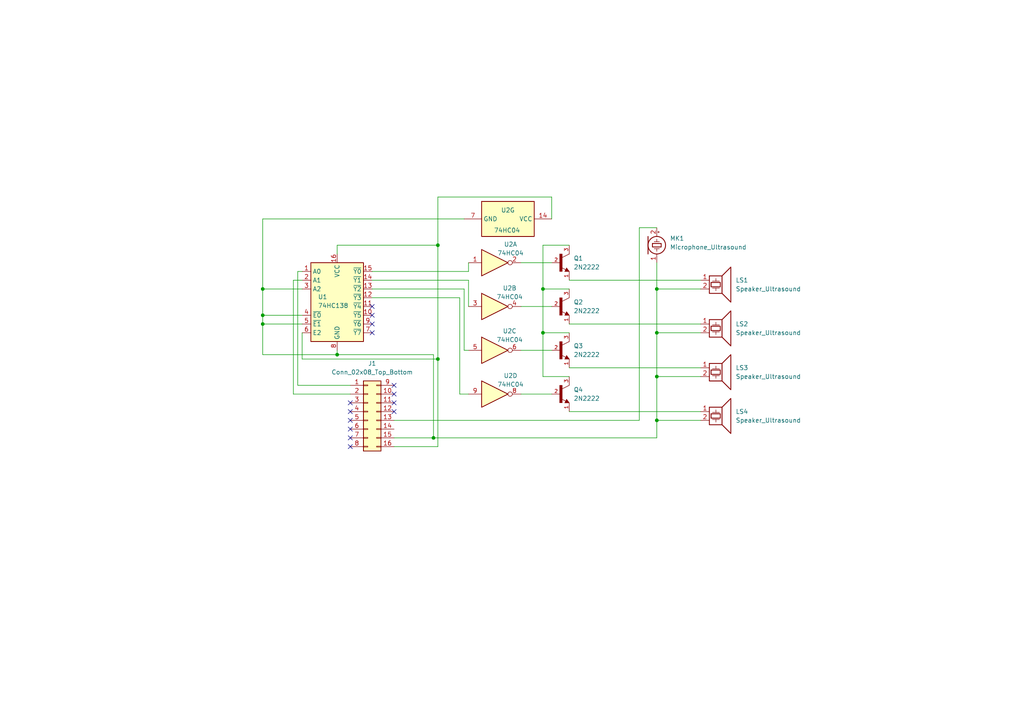
<source format=kicad_sch>
(kicad_sch (version 20231120) (generator "eeschema") (generator_version "8.0")
  (paper "A4")
  (title_block (title "Ultrasonic Phased Array Module") (company "Louisiana Tech University: Senior Capstone") (comment 1 "Created by John Peterson"))
  (lib_symbols
    (symbol "2N2222:2N2222" (pin_names (offset 1.016))
      (property "Reference" "Q" (at -10.16 7.62 0))
      (property "Value" "2N2222" (at -10.16 -7.62 0))
      (symbol "2N2222_0_0"
        (rectangle (start -0.254 -2.54) (end 0.508 2.54) (stroke (width 0.1)) (fill (type outline)))
        (polyline (pts (xy 1.27 -2.54) (xy 1.778 -1.524)) (stroke (width 0.1524)))
        (polyline (pts (xy 1.524 -2.413) (xy 2.286 -2.413)) (stroke (width 0.254)))
        (polyline (pts (xy 1.524 -2.286) (xy 1.905 -2.286)) (stroke (width 0.254)))
        (polyline (pts (xy 1.54 -2.04) (xy 0.308 -1.424)) (stroke (width 0.1524)))
        (polyline (pts (xy 1.778 -1.778) (xy 1.524 -2.286)) (stroke (width 0.254)))
        (polyline (pts (xy 1.778 -1.524) (xy 2.54 -2.54)) (stroke (width 0.1524)))
        (polyline (pts (xy 1.905 -2.286) (xy 1.778 -2.032)) (stroke (width 0.254)))
        (polyline (pts (xy 2.286 -2.413) (xy 1.778 -1.778)) (stroke (width 0.254)))
        (polyline (pts (xy 2.54 -2.54) (xy 1.27 -2.54)) (stroke (width 0.1524)))
        (polyline (pts (xy 2.54 2.54) (xy 0.508 1.524)) (stroke (width 0.1524)))
        (pin passive line (at 2.54 -5.08 90) (length 2.54) (name "~") (number "1"))
        (pin passive line (at -2.54 0 0) (length 2.54) (name "~") (number "2"))
        (pin passive line (at 2.54 5.08 270) (length 2.54) (name "~") (number "3"))
      )
    )
    (symbol "74xx:74HC04"
      (property "Reference" "U" (at 0 1.27 0))
      (property "Value" "74HC04" (at 0 -1.27 0))
      (symbol "74HC04_1_0"
        (polyline (pts (xy -3.81 3.81) (xy -3.81 -3.81) (xy 3.81 0) (xy -3.81 3.81)) (stroke (width 0.254)) (fill (type background)))
        (pin input line (at -7.62 0 0) (length 3.81) (name "~") (number "1"))
        (pin output inverted (at 7.62 0 180) (length 3.81) (name "~") (number "2"))
      )
      (symbol "74HC04_2_0"
        (polyline (pts (xy -3.81 3.81) (xy -3.81 -3.81) (xy 3.81 0) (xy -3.81 3.81)) (stroke (width 0.254)) (fill (type background)))
        (pin input line (at -7.62 0 0) (length 3.81) (name "~") (number "3"))
        (pin output inverted (at 7.62 0 180) (length 3.81) (name "~") (number "4"))
      )
      (symbol "74HC04_3_0"
        (polyline (pts (xy -3.81 3.81) (xy -3.81 -3.81) (xy 3.81 0) (xy -3.81 3.81)) (stroke (width 0.254)) (fill (type background)))
        (pin input line (at -7.62 0 0) (length 3.81) (name "~") (number "5"))
        (pin output inverted (at 7.62 0 180) (length 3.81) (name "~") (number "6"))
      )
      (symbol "74HC04_4_0"
        (polyline (pts (xy -3.81 3.81) (xy -3.81 -3.81) (xy 3.81 0) (xy -3.81 3.81)) (stroke (width 0.254)) (fill (type background)))
        (pin output inverted (at 7.62 0 180) (length 3.81) (name "~") (number "8"))
        (pin input line (at -7.62 0 0) (length 3.81) (name "~") (number "9"))
      )
      (symbol "74HC04_5_0"
        (polyline (pts (xy -3.81 3.81) (xy -3.81 -3.81) (xy 3.81 0) (xy -3.81 3.81)) (stroke (width 0.254)) (fill (type background)))
        (pin output inverted (at 7.62 0 180) (length 3.81) (name "~") (number "10"))
        (pin input line (at -7.62 0 0) (length 3.81) (name "~") (number "11"))
      )
      (symbol "74HC04_6_0"
        (polyline (pts (xy -3.81 3.81) (xy -3.81 -3.81) (xy 3.81 0) (xy -3.81 3.81)) (stroke (width 0.254)) (fill (type background)))
        (pin output inverted (at 7.62 0 180) (length 3.81) (name "~") (number "12"))
        (pin input line (at -7.62 0 0) (length 3.81) (name "~") (number "13"))
      )
      (symbol "74HC04_7_0"
        (pin power_in line (at 0 12.7 270) (length 5.08) (name "VCC") (number "14"))
        (pin power_in line (at 0 -12.7 90) (length 5.08) (name "GND") (number "7"))
      )
      (symbol "74HC04_7_1"
        (rectangle (start -5.08 7.62) (end 5.08 -7.62) (stroke (width 0.254)) (fill (type background)))
      )
    )
    (symbol "74xx:74HC138"
      (property "Reference" "U" (at -7.62 13.97 0))
      (property "Value" "74HC138" (at 2.54 -11.43 0))
      (symbol "74HC138_0_1"
        (rectangle (start -7.62 12.7) (end 7.62 -10.16) (stroke (width 0.254)) (fill (type background)))
      )
      (symbol "74HC138_1_1"
        (pin input line (at -10.16 10.16 0) (length 2.54) (name "A0") (number "1"))
        (pin output line (at 10.16 -2.54 180) (length 2.54) (name "~{Y5}") (number "10"))
        (pin output line (at 10.16 0 180) (length 2.54) (name "~{Y4}") (number "11"))
        (pin output line (at 10.16 2.54 180) (length 2.54) (name "~{Y3}") (number "12"))
        (pin output line (at 10.16 5.08 180) (length 2.54) (name "~{Y2}") (number "13"))
        (pin output line (at 10.16 7.62 180) (length 2.54) (name "~{Y1}") (number "14"))
        (pin output line (at 10.16 10.16 180) (length 2.54) (name "~{Y0}") (number "15"))
        (pin power_in line (at 0 15.24 270) (length 2.54) (name "VCC") (number "16"))
        (pin input line (at -10.16 7.62 0) (length 2.54) (name "A1") (number "2"))
        (pin input line (at -10.16 5.08 0) (length 2.54) (name "A2") (number "3"))
        (pin input line (at -10.16 -2.54 0) (length 2.54) (name "~{E0}") (number "4"))
        (pin input line (at -10.16 -5.08 0) (length 2.54) (name "~{E1}") (number "5"))
        (pin input line (at -10.16 -7.62 0) (length 2.54) (name "E2") (number "6"))
        (pin output line (at 10.16 -7.62 180) (length 2.54) (name "~{Y7}") (number "7"))
        (pin power_in line (at 0 -12.7 90) (length 2.54) (name "GND") (number "8"))
        (pin output line (at 10.16 -5.08 180) (length 2.54) (name "~{Y6}") (number "9"))
      )
    )
    (symbol "Connector_Generic:Conn_02x08_Top_Bottom" (pin_names (offset 1.016) hide)
      (property "Reference" "J" (at 1.27 10.16 0))
      (property "Value" "Conn_02x08_Top_Bottom" (at 1.27 -12.7 0))
      (symbol "Conn_02x08_Top_Bottom_1_1"
        (rectangle (start -1.27 -10.033) (end 0 -10.287) (stroke (width 0.1524)))
        (rectangle (start -1.27 -7.493) (end 0 -7.747) (stroke (width 0.1524)))
        (rectangle (start -1.27 -4.953) (end 0 -5.207) (stroke (width 0.1524)))
        (rectangle (start -1.27 -2.413) (end 0 -2.667) (stroke (width 0.1524)))
        (rectangle (start -1.27 0.127) (end 0 -0.127) (stroke (width 0.1524)))
        (rectangle (start -1.27 2.667) (end 0 2.413) (stroke (width 0.1524)))
        (rectangle (start -1.27 5.207) (end 0 4.953) (stroke (width 0.1524)))
        (rectangle (start -1.27 7.747) (end 0 7.493) (stroke (width 0.1524)))
        (rectangle (start -1.27 8.89) (end 3.81 -11.43) (stroke (width 0.254)) (fill (type background)))
        (rectangle (start 3.81 -10.033) (end 2.54 -10.287) (stroke (width 0.1524)))
        (rectangle (start 3.81 -7.493) (end 2.54 -7.747) (stroke (width 0.1524)))
        (rectangle (start 3.81 -4.953) (end 2.54 -5.207) (stroke (width 0.1524)))
        (rectangle (start 3.81 -2.413) (end 2.54 -2.667) (stroke (width 0.1524)))
        (rectangle (start 3.81 0.127) (end 2.54 -0.127) (stroke (width 0.1524)))
        (rectangle (start 3.81 2.667) (end 2.54 2.413) (stroke (width 0.1524)))
        (rectangle (start 3.81 5.207) (end 2.54 4.953) (stroke (width 0.1524)))
        (rectangle (start 3.81 7.747) (end 2.54 7.493) (stroke (width 0.1524)))
        (pin passive line (at -5.08 7.62 0) (length 3.81) (name "Pin_1") (number "1"))
        (pin passive line (at 7.62 5.08 180) (length 3.81) (name "Pin_10") (number "10"))
        (pin passive line (at 7.62 2.54 180) (length 3.81) (name "Pin_11") (number "11"))
        (pin passive line (at 7.62 0 180) (length 3.81) (name "Pin_12") (number "12"))
        (pin passive line (at 7.62 -2.54 180) (length 3.81) (name "Pin_13") (number "13"))
        (pin passive line (at 7.62 -5.08 180) (length 3.81) (name "Pin_14") (number "14"))
        (pin passive line (at 7.62 -7.62 180) (length 3.81) (name "Pin_15") (number "15"))
        (pin passive line (at 7.62 -10.16 180) (length 3.81) (name "Pin_16") (number "16"))
        (pin passive line (at -5.08 5.08 0) (length 3.81) (name "Pin_2") (number "2"))
        (pin passive line (at -5.08 2.54 0) (length 3.81) (name "Pin_3") (number "3"))
        (pin passive line (at -5.08 0 0) (length 3.81) (name "Pin_4") (number "4"))
        (pin passive line (at -5.08 -2.54 0) (length 3.81) (name "Pin_5") (number "5"))
        (pin passive line (at -5.08 -5.08 0) (length 3.81) (name "Pin_6") (number "6"))
        (pin passive line (at -5.08 -7.62 0) (length 3.81) (name "Pin_7") (number "7"))
        (pin passive line (at -5.08 -10.16 0) (length 3.81) (name "Pin_8") (number "8"))
        (pin passive line (at 7.62 7.62 180) (length 3.81) (name "Pin_9") (number "9"))
      )
    )
    (symbol "Device:Microphone_Ultrasound" (pin_names (offset 0.0254) hide)
      (property "Reference" "MK" (at -3.81 1.143 0))
      (property "Value" "Microphone_Ultrasound" (at -3.81 -0.762 0))
      (symbol "Microphone_Ultrasound_0_1"
        (rectangle (start -1.27 0.508) (end 1.27 -0.508) (stroke (width 0.254)))
        (polyline (pts (xy -2.54 2.54) (xy -2.54 -2.54)) (stroke (width 0.254)))
        (polyline (pts (xy -0.762 -1.016) (xy 0.762 -1.016)))
        (polyline (pts (xy -0.762 1.016) (xy 0.762 1.016)))
        (polyline (pts (xy 0 -1.016) (xy 0 -1.778)))
        (polyline (pts (xy 0 1.016) (xy 0 1.778)))
        (polyline (pts (xy 0.254 3.81) (xy 0.762 3.81)))
        (polyline (pts (xy 0.508 4.064) (xy 0.508 3.556)))
        (circle (center 0 0) (radius 2.54) (stroke (width 0.254)))
      )
      (symbol "Microphone_Ultrasound_1_1"
        (pin passive line (at 0 -5.08 90) (length 2.54) (name "-") (number "1"))
        (pin passive line (at 0 5.08 270) (length 2.54) (name "+") (number "2"))
      )
    )
    (symbol "Device:Speaker_Ultrasound" (pin_names (offset 0) hide)
      (property "Reference" "LS" (at 0.635 5.715 0))
      (property "Value" "Speaker_Ultrasound" (at 0.635 3.81 0))
      (symbol "Speaker_Ultrasound_0_0"
        (rectangle (start -2.54 1.27) (end 1.143 -3.81) (stroke (width 0.254)))
        (rectangle (start -2.032 -0.635) (end 0.635 -1.905) (stroke (width 0.254)))
        (polyline (pts (xy -1.651 -2.286) (xy 0.381 -2.286)))
        (polyline (pts (xy -1.651 -0.254) (xy 0.381 -0.254)))
        (polyline (pts (xy -0.635 -2.286) (xy -0.635 -3.048)))
        (polyline (pts (xy -0.635 -0.254) (xy -0.635 0.508)))
        (polyline (pts (xy 1.143 1.27) (xy 3.683 3.81) (xy 3.683 -6.35) (xy 1.143 -3.81)) (stroke (width 0.254)))
      )
      (symbol "Speaker_Ultrasound_1_1"
        (pin input line (at -5.08 0 0) (length 2.54) (name "1") (number "1"))
        (pin input line (at -5.08 -2.54 0) (length 2.54) (name "2") (number "2"))
      )
    )
  )
  (junction (at 190.5 96.52))
  (junction (at 127 71.12))
  (junction (at 125.73 127))
  (junction (at 190.5 83.82))
  (junction (at 157.48 96.52))
  (junction (at 127 104.14))
  (junction (at 97.79 102.87))
  (junction (at 76.2 91.44))
  (junction (at 157.48 83.82))
  (junction (at 76.2 93.98))
  (junction (at 76.2 83.82))
  (junction (at 190.5 121.92))
  (junction (at 190.5 109.22))
  (no_connect (at 101.6 127))
  (no_connect (at 107.95 91.44))
  (no_connect (at 114.3 111.76))
  (no_connect (at 101.6 119.38))
  (no_connect (at 107.95 93.98))
  (no_connect (at 101.6 124.46))
  (no_connect (at 107.95 96.52))
  (no_connect (at 107.95 88.9))
  (no_connect (at 101.6 116.84))
  (no_connect (at 114.3 114.3))
  (no_connect (at 101.6 129.54))
  (no_connect (at 114.3 116.84))
  (no_connect (at 101.6 121.92))
  (no_connect (at 114.3 119.38))
  (wire (pts (xy 125.73 127) (xy 190.5 127)))
  (wire (pts (xy 160.02 63.5) (xy 160.02 57.15)))
  (wire (pts (xy 190.5 76.2) (xy 190.5 83.82)))
  (wire (pts (xy 86.36 111.76) (xy 86.36 78.74)))
  (wire (pts (xy 157.48 83.82) (xy 157.48 71.12)))
  (wire (pts (xy 165.1 93.98) (xy 203.2 93.98)))
  (wire (pts (xy 127 57.15) (xy 127 71.12)))
  (wire (pts (xy 97.79 73.66) (xy 97.79 71.12)))
  (wire (pts (xy 157.48 71.12) (xy 165.1 71.12)))
  (wire (pts (xy 76.2 63.5) (xy 134.62 63.5)))
  (wire (pts (xy 190.5 121.92) (xy 190.5 127)))
  (wire (pts (xy 190.5 109.22) (xy 203.2 109.22)))
  (wire (pts (xy 134.62 101.6) (xy 135.89 101.6)))
  (wire (pts (xy 107.95 78.74) (xy 135.89 78.74)))
  (wire (pts (xy 190.5 96.52) (xy 203.2 96.52)))
  (wire (pts (xy 101.6 111.76) (xy 86.36 111.76)))
  (wire (pts (xy 76.2 93.98) (xy 87.63 93.98)))
  (wire (pts (xy 107.95 83.82) (xy 134.62 83.82)))
  (wire (pts (xy 185.42 121.92) (xy 114.3 121.92)))
  (wire (pts (xy 76.2 91.44) (xy 76.2 83.82)))
  (wire (pts (xy 151.13 101.6) (xy 160.02 101.6)))
  (wire (pts (xy 85.09 81.28) (xy 87.63 81.28)))
  (wire (pts (xy 190.5 83.82) (xy 203.2 83.82)))
  (wire (pts (xy 87.63 104.14) (xy 127 104.14)))
  (wire (pts (xy 190.5 96.52) (xy 190.5 83.82)))
  (wire (pts (xy 160.02 57.15) (xy 127 57.15)))
  (wire (pts (xy 135.89 78.74) (xy 135.89 76.2)))
  (wire (pts (xy 135.89 114.3) (xy 133.35 114.3)))
  (wire (pts (xy 114.3 127) (xy 125.73 127)))
  (wire (pts (xy 157.48 96.52) (xy 165.1 96.52)))
  (wire (pts (xy 76.2 102.87) (xy 76.2 93.98)))
  (wire (pts (xy 125.73 127) (xy 125.73 102.87)))
  (wire (pts (xy 76.2 83.82) (xy 76.2 63.5)))
  (wire (pts (xy 157.48 96.52) (xy 157.48 83.82)))
  (wire (pts (xy 165.1 81.28) (xy 203.2 81.28)))
  (wire (pts (xy 97.79 102.87) (xy 76.2 102.87)))
  (wire (pts (xy 107.95 81.28) (xy 135.89 81.28)))
  (wire (pts (xy 151.13 114.3) (xy 160.02 114.3)))
  (wire (pts (xy 190.5 109.22) (xy 190.5 96.52)))
  (wire (pts (xy 101.6 114.3) (xy 85.09 114.3)))
  (wire (pts (xy 127 71.12) (xy 127 104.14)))
  (wire (pts (xy 135.89 81.28) (xy 135.89 88.9)))
  (wire (pts (xy 85.09 114.3) (xy 85.09 81.28)))
  (wire (pts (xy 114.3 129.54) (xy 127 129.54)))
  (wire (pts (xy 157.48 83.82) (xy 165.1 83.82)))
  (wire (pts (xy 76.2 83.82) (xy 87.63 83.82)))
  (wire (pts (xy 203.2 121.92) (xy 190.5 121.92)))
  (wire (pts (xy 76.2 93.98) (xy 76.2 91.44)))
  (wire (pts (xy 165.1 106.68) (xy 203.2 106.68)))
  (wire (pts (xy 165.1 119.38) (xy 203.2 119.38)))
  (wire (pts (xy 151.13 88.9) (xy 160.02 88.9)))
  (wire (pts (xy 76.2 91.44) (xy 87.63 91.44)))
  (wire (pts (xy 190.5 66.04) (xy 185.42 66.04)))
  (wire (pts (xy 151.13 76.2) (xy 160.02 76.2)))
  (wire (pts (xy 97.79 71.12) (xy 127 71.12)))
  (wire (pts (xy 87.63 96.52) (xy 87.63 104.14)))
  (wire (pts (xy 125.73 102.87) (xy 97.79 102.87)))
  (wire (pts (xy 185.42 66.04) (xy 185.42 121.92)))
  (wire (pts (xy 134.62 83.82) (xy 134.62 101.6)))
  (wire (pts (xy 157.48 109.22) (xy 157.48 96.52)))
  (wire (pts (xy 133.35 114.3) (xy 133.35 86.36)))
  (wire (pts (xy 133.35 86.36) (xy 107.95 86.36)))
  (wire (pts (xy 97.79 102.87) (xy 97.79 101.6)))
  (wire (pts (xy 165.1 109.22) (xy 157.48 109.22)))
  (wire (pts (xy 190.5 121.92) (xy 190.5 109.22)))
  (wire (pts (xy 86.36 78.74) (xy 87.63 78.74)))
  (wire (pts (xy 127 104.14) (xy 127 129.54)))
  (symbol (lib_id "74xx:74HC138") (at 97.79 88.9 0) (unit 1)
    (property "Reference" "U1" (at 92.202 86.106 0) (effects (justify left)))
    (property "Value" "74HC138" (at 92.202 88.646 0) (effects (justify left)))
    (property "Footprint" "Package_DIP:DIP-16_W7.62mm" (effects (hide yes)))
    (property "Datasheet" "http://www.ti.com/lit/ds/symlink/cd74hc238.pdf" (effects (hide yes)))
    (property "Description" "3-to-8 line decoder/multiplexer inverting, DIP-16/SOIC-16/SSOP-16" (effects (hide yes)))
  )
  (symbol (lib_id "74xx:74HC04") (at 143.51 114.3 0) (unit 4)
    (property "Reference" "U2" (at 148.082 108.966 0))
    (property "Value" "74HC04" (at 148.082 111.506 0))
    (property "Footprint" "Package_DIP:DIP-14_W7.62mm" (effects (hide yes)))
    (property "Datasheet" "https://assets.nexperia.com/documents/data-sheet/74HC_HCT04.pdf" (effects (hide yes)))
    (property "Description" "Hex Inverter" (effects (hide yes)))
  )
  (symbol (lib_id "74xx:74HC04") (at 147.32 63.5 270) (unit 7)
    (property "Reference" "U2" (at 147.32 60.96 90))
    (property "Value" "74HC04" (at 147.066 66.802 90))
    (property "Footprint" "Package_DIP:DIP-14_W7.62mm" (effects (hide yes)))
    (property "Datasheet" "https://assets.nexperia.com/documents/data-sheet/74HC_HCT04.pdf" (effects (hide yes)))
    (property "Description" "Hex Inverter" (effects (hide yes)))
  )
  (symbol (lib_id "74xx:74HC04") (at 143.51 101.6 0) (unit 3)
    (property "Reference" "U2" (at 147.828 96.012 0))
    (property "Value" "74HC04" (at 147.828 98.552 0))
    (property "Footprint" "Package_DIP:DIP-14_W7.62mm" (effects (hide yes)))
    (property "Datasheet" "https://assets.nexperia.com/documents/data-sheet/74HC_HCT04.pdf" (effects (hide yes)))
    (property "Description" "Hex Inverter" (effects (hide yes)))
  )
  (symbol (lib_id "Connector_Generic:Conn_02x08_Top_Bottom") (at 106.68 119.38 0) (unit 1)
    (property "Reference" "J1" (at 107.95 105.41 0))
    (property "Value" "Conn_02x08_Top_Bottom" (at 107.95 107.95 0))
    (property "Description" "Generic connector, double row, 02x08, top/bottom pin numbering scheme (row 1: 1...pins_per_row, row2: pins_per_row+1 ... num_pins), script generated (kicad-library-utils/schlib/autogen/connector/)" (effects (hide yes)))
  )
  (symbol (lib_id "Device:Speaker_Ultrasound") (at 208.28 106.68 0) (unit 1)
    (property "Reference" "LS3" (at 213.36 106.6799 0) (effects (justify left)))
    (property "Value" "Speaker_Ultrasound" (at 213.36 109.2199 0) (effects (justify left)))
    (property "Description" "Ultrasonic transducer" (effects (hide yes)))
  )
  (symbol (lib_id "74xx:74HC04") (at 143.51 76.2 0) (unit 1)
    (property "Reference" "U2" (at 148.082 70.866 0))
    (property "Value" "74HC04" (at 148.082 73.406 0))
    (property "Footprint" "Package_DIP:DIP-14_W7.62mm" (effects (hide yes)))
    (property "Datasheet" "https://assets.nexperia.com/documents/data-sheet/74HC_HCT04.pdf" (effects (hide yes)))
    (property "Description" "Hex Inverter" (effects (hide yes)))
  )
  (symbol (lib_id "2N2222:2N2222") (at 162.56 101.6 0) (unit 1)
    (property "Reference" "Q3" (at 166.37 100.3299 0) (effects (justify left)))
    (property "Value" "2N2222" (at 166.37 102.8699 0) (effects (justify left)))
    (property "Footprint" "2N2222:TO127P584H533-3" (effects (hide yes)))
    (property "MF" "ON Semiconductor" (effects (hide yes)))
    (property "MAXIMUM_PACKAGE_HEIGHT" "5.33 mm" (effects (hide yes)))
    (property "Package" "TO-18 Texas Instruments" (effects (hide yes)))
    (property "Price" "None" (effects (hide yes)))
    (property "Check_prices" "https://www.snapeda.com/parts/2N2222/Onsemi/view-part/?ref=eda" (effects (hide yes)))
    (property "STANDARD" "IPC 7351B" (effects (hide yes)))
    (property "PARTREV" "R2" (effects (hide yes)))
    (property "SnapEDA_Link" "https://www.snapeda.com/parts/2N2222/Onsemi/view-part/?ref=snap" (effects (hide yes)))
    (property "MP" "2N2222" (effects (hide yes)))
    (property "Description_1" "\nBipolar (BJT) Transistor NPN 50V 800mA 300mW Surface Mount Ceramic SMD\n" (effects (hide yes)))
    (property "Availability" "In Stock" (effects (hide yes)))
    (property "MANUFACTURER" "Micross" (effects (hide yes)))
  )
  (symbol (lib_id "Device:Speaker_Ultrasound") (at 208.28 119.38 0) (unit 1)
    (property "Reference" "LS4" (at 213.36 119.3799 0) (effects (justify left)))
    (property "Value" "Speaker_Ultrasound" (at 213.36 121.9199 0) (effects (justify left)))
    (property "Description" "Ultrasonic transducer" (effects (hide yes)))
  )
  (symbol (lib_id "Device:Microphone_Ultrasound") (at 190.5 71.12 0) (unit 1)
    (property "Reference" "MK1" (at 194.31 69.1514 0) (effects (justify left)))
    (property "Value" "Microphone_Ultrasound" (at 194.31 71.6914 0) (effects (justify left)))
    (property "Description" "Ultrasound receiver" (effects (hide yes)))
  )
  (symbol (lib_id "74xx:74HC04") (at 143.51 88.9 0) (unit 2)
    (property "Reference" "U2" (at 147.828 83.566 0))
    (property "Value" "74HC04" (at 147.828 86.106 0))
    (property "Footprint" "Package_DIP:DIP-14_W7.62mm" (effects (hide yes)))
    (property "Datasheet" "https://assets.nexperia.com/documents/data-sheet/74HC_HCT04.pdf" (effects (hide yes)))
    (property "Description" "Hex Inverter" (effects (hide yes)))
  )
  (symbol (lib_id "Device:Speaker_Ultrasound") (at 208.28 81.28 0) (unit 1)
    (property "Reference" "LS1" (at 213.36 81.2799 0) (effects (justify left)))
    (property "Value" "Speaker_Ultrasound" (at 213.36 83.8199 0) (effects (justify left)))
    (property "Description" "Ultrasonic transducer" (effects (hide yes)))
  )
  (symbol (lib_id "Device:Speaker_Ultrasound") (at 208.28 93.98 0) (unit 1)
    (property "Reference" "LS2" (at 213.36 93.9799 0) (effects (justify left)))
    (property "Value" "Speaker_Ultrasound" (at 213.36 96.5199 0) (effects (justify left)))
    (property "Description" "Ultrasonic transducer" (effects (hide yes)))
  )
  (symbol (lib_id "2N2222:2N2222") (at 162.56 114.3 0) (unit 1)
    (property "Reference" "Q4" (at 166.37 113.0299 0) (effects (justify left)))
    (property "Value" "2N2222" (at 166.37 115.5699 0) (effects (justify left)))
    (property "Footprint" "2N2222:TO127P584H533-3" (effects (hide yes)))
    (property "MF" "ON Semiconductor" (effects (hide yes)))
    (property "MAXIMUM_PACKAGE_HEIGHT" "5.33 mm" (effects (hide yes)))
    (property "Package" "TO-18 Texas Instruments" (effects (hide yes)))
    (property "Price" "None" (effects (hide yes)))
    (property "Check_prices" "https://www.snapeda.com/parts/2N2222/Onsemi/view-part/?ref=eda" (effects (hide yes)))
    (property "STANDARD" "IPC 7351B" (effects (hide yes)))
    (property "PARTREV" "R2" (effects (hide yes)))
    (property "SnapEDA_Link" "https://www.snapeda.com/parts/2N2222/Onsemi/view-part/?ref=snap" (effects (hide yes)))
    (property "MP" "2N2222" (effects (hide yes)))
    (property "Description_1" "\nBipolar (BJT) Transistor NPN 50V 800mA 300mW Surface Mount Ceramic SMD\n" (effects (hide yes)))
    (property "Availability" "In Stock" (effects (hide yes)))
    (property "MANUFACTURER" "Micross" (effects (hide yes)))
  )
  (symbol (lib_id "2N2222:2N2222") (at 162.56 88.9 0) (unit 1)
    (property "Reference" "Q2" (at 166.37 87.6299 0) (effects (justify left)))
    (property "Value" "2N2222" (at 166.37 90.1699 0) (effects (justify left)))
    (property "Footprint" "2N2222:TO127P584H533-3" (effects (hide yes)))
    (property "MF" "ON Semiconductor" (effects (hide yes)))
    (property "MAXIMUM_PACKAGE_HEIGHT" "5.33 mm" (effects (hide yes)))
    (property "Package" "TO-18 Texas Instruments" (effects (hide yes)))
    (property "Price" "None" (effects (hide yes)))
    (property "Check_prices" "https://www.snapeda.com/parts/2N2222/Onsemi/view-part/?ref=eda" (effects (hide yes)))
    (property "STANDARD" "IPC 7351B" (effects (hide yes)))
    (property "PARTREV" "R2" (effects (hide yes)))
    (property "SnapEDA_Link" "https://www.snapeda.com/parts/2N2222/Onsemi/view-part/?ref=snap" (effects (hide yes)))
    (property "MP" "2N2222" (effects (hide yes)))
    (property "Description_1" "\nBipolar (BJT) Transistor NPN 50V 800mA 300mW Surface Mount Ceramic SMD\n" (effects (hide yes)))
    (property "Availability" "In Stock" (effects (hide yes)))
    (property "MANUFACTURER" "Micross" (effects (hide yes)))
  )
  (symbol (lib_id "2N2222:2N2222") (at 162.56 76.2 0) (unit 1)
    (property "Reference" "Q1" (at 166.37 74.9299 0) (effects (justify left)))
    (property "Value" "2N2222" (at 166.37 77.4699 0) (effects (justify left)))
    (property "Footprint" "2N2222:TO127P584H533-3" (effects (hide yes)))
    (property "MF" "ON Semiconductor" (effects (hide yes)))
    (property "MAXIMUM_PACKAGE_HEIGHT" "5.33 mm" (effects (hide yes)))
    (property "Package" "TO-18 Texas Instruments" (effects (hide yes)))
    (property "Price" "None" (effects (hide yes)))
    (property "Check_prices" "https://www.snapeda.com/parts/2N2222/Onsemi/view-part/?ref=eda" (effects (hide yes)))
    (property "STANDARD" "IPC 7351B" (effects (hide yes)))
    (property "PARTREV" "R2" (effects (hide yes)))
    (property "SnapEDA_Link" "https://www.snapeda.com/parts/2N2222/Onsemi/view-part/?ref=snap" (effects (hide yes)))
    (property "MP" "2N2222" (effects (hide yes)))
    (property "Description_1" "\nBipolar (BJT) Transistor NPN 50V 800mA 300mW Surface Mount Ceramic SMD\n" (effects (hide yes)))
    (property "Availability" "In Stock" (effects (hide yes)))
    (property "MANUFACTURER" "Micross" (effects (hide yes)))
  )
)
</source>
